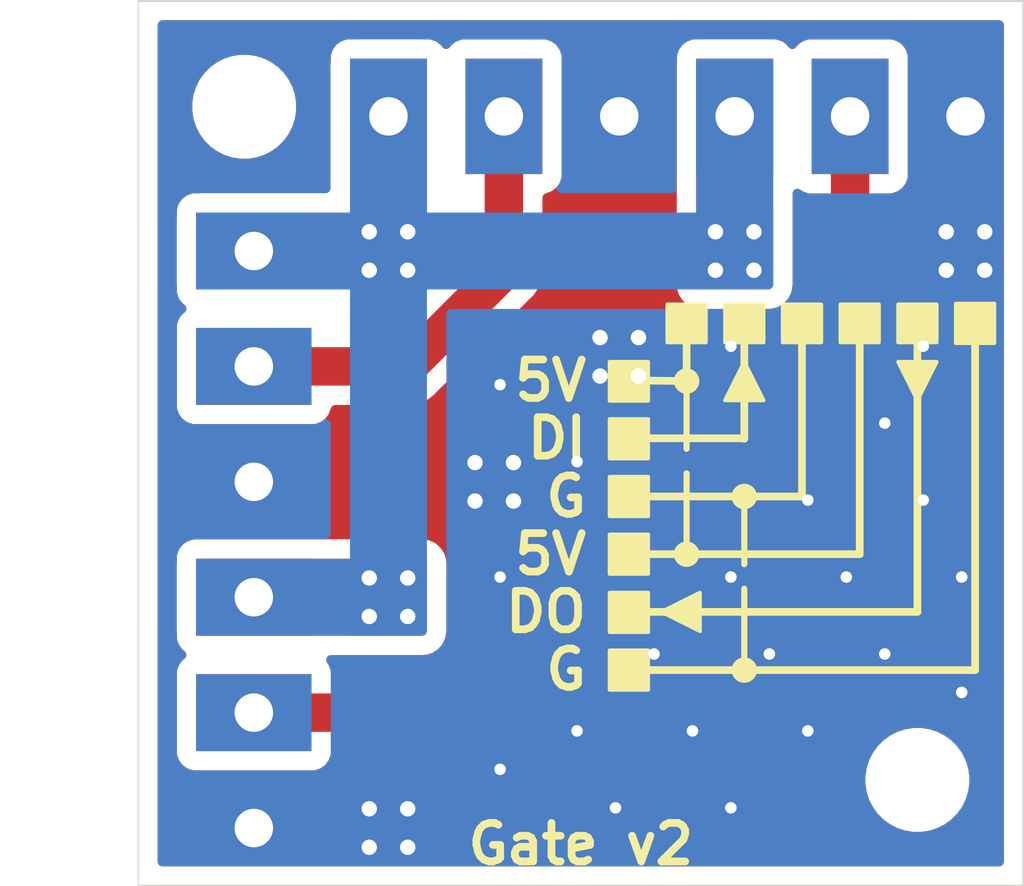
<source format=kicad_pcb>
(kicad_pcb (version 20241229) (generator "pcbnew") (generator_version "9.0")
  (layers (0 "F.Cu" signal) (2 "B.Cu" signal) (13 "F.Paste" user) (15 "B.Paste" user) (5 "F.SilkS" user "F.Silkscreen") (7 "B.SilkS" user "B.Silkscreen") (1 "F.Mask" user) (3 "B.Mask" user) (25 "Edge.Cuts" user))
  (net 0 "")
  (net 1 "Net-(J1-DATA_IN)")
  (net 2 "Net-(J1-GND)")
  (net 3 "Net-(J1-+5V)")
  (net 4 "Net-(J2-DATA_OUT)")
  (footprint "MountingHole:MountingHole_2.2mm_M2" (layer "F.Cu") (at 107.25 35.75)
    (property "Reference" "REF**" (hide yes))
    (property "Value" "MountingHole_2.2mm_M2" (hide yes))
    (pad "" np_thru_hole circle (at 0 0) (size 2.2 2.2) (drill 2.2) (layers "*.Cu" "*.Mask"))
  )
  (footprint "LEDnet:LED_Wire_Connector" (layer "F.Cu") (at 123 36)
    (property "Reference" "J4" (hide yes))
    (property "Value" "LED_END" (hide yes))
    (pad "1" thru_hole rect (at -3 0) (size 2 3) (drill 1) (layers "*.Cu" "*.Mask") (net 3 "Net-(J1-+5V)"))
    (pad "2" thru_hole rect (at 0 0) (size 2 3) (drill 1) (layers "*.Cu" "*.Mask") (net 4 "Net-(J2-DATA_OUT)"))
    (pad "3" thru_hole rect (at 3 0) (size 2 3) (drill 1) (layers "*.Cu" "*.Mask") (net 2 "Net-(J1-GND)"))
  )
  (footprint "LEDnet:LED_Wire_Connector" (layer "F.Cu") (at 107.5 51.5 -90)
    (property "Reference" "J2" (hide yes))
    (property "Value" "EXT_OUT" (hide yes))
    (pad "1" thru_hole rect (at -3 0 270) (size 2 3) (drill 1) (layers "*.Cu" "*.Mask") (net 3 "Net-(J1-+5V)"))
    (pad "2" thru_hole rect (at 0 0 270) (size 2 3) (drill 1) (layers "*.Cu" "*.Mask") (net 4 "Net-(J2-DATA_OUT)"))
    (pad "3" thru_hole rect (at 3 0 270) (size 2 3) (drill 1) (layers "*.Cu" "*.Mask") (net 2 "Net-(J1-GND)"))
  )
  (footprint "LEDnet:LED_Wire_Connector" (layer "F.Cu") (at 114 36)
    (property "Reference" "J3" (hide yes))
    (property "Value" "LED_START" (hide yes))
    (pad "1" thru_hole rect (at -3 0) (size 2 3) (drill 1) (layers "*.Cu" "*.Mask") (net 3 "Net-(J1-+5V)"))
    (pad "2" thru_hole rect (at 0 0) (size 2 3) (drill 1) (layers "*.Cu" "*.Mask") (net 1 "Net-(J1-DATA_IN)"))
    (pad "3" thru_hole rect (at 3 0) (size 2 3) (drill 1) (layers "*.Cu" "*.Mask") (net 2 "Net-(J1-GND)"))
  )
  (footprint "MountingHole:MountingHole_2.2mm_M2" (layer "F.Cu") (at 124.75 53.25)
    (property "Reference" "REF**" (hide yes))
    (property "Value" "MountingHole_2.2mm_M2" (hide yes))
    (pad "" np_thru_hole circle (at 0 0) (size 2.2 2.2) (drill 2.2) (layers "*.Cu" "*.Mask"))
  )
  (footprint "LEDnet:LED_Wire_Connector" (layer "F.Cu") (at 107.5 42.5 -90)
    (property "Reference" "J1" (hide yes))
    (property "Value" "EXT_IN" (hide yes))
    (pad "1" thru_hole rect (at -3 0 270) (size 2 3) (drill 1) (layers "*.Cu" "*.Mask") (net 3 "Net-(J1-+5V)"))
    (pad "2" thru_hole rect (at 0 0 270) (size 2 3) (drill 1) (layers "*.Cu" "*.Mask") (net 1 "Net-(J1-DATA_IN)"))
    (pad "3" thru_hole rect (at 3 0 270) (size 2 3) (drill 1) (layers "*.Cu" "*.Mask") (net 2 "Net-(J1-GND)"))
  )
  (gr_rect (start 118.25 40.8877) (end 119.25 41.875) (stroke (width 0.1)) (fill yes) (layer "F.SilkS"))
  (gr_line (start 117.75 48.88135) (end 124.75 48.88135) (stroke (width 0.2)) (layer "F.SilkS"))
  (gr_rect (start 122.75 40.8877) (end 123.75 41.875) (stroke (width 0.1)) (fill yes) (layer "F.SilkS"))
  (gr_circle (center 120.25 45.88135) (end 120.5 45.88135) (stroke (width 0.16)) (fill yes) (layer "F.SilkS"))
  (gr_rect (start 125.75 40.86865) (end 126.75 41.89405) (stroke (width 0.1)) (fill yes) (layer "F.SilkS"))
  (gr_line (start 118.75 42.88135) (end 118.75 47.38135) (stroke (width 0.16) (type dash)) (layer "F.SilkS"))
  (gr_circle (center 120.25 50.39405) (end 120.5 50.39405) (stroke (width 0.16)) (fill yes) (layer "F.SilkS"))
  (gr_poly (pts (xy 119.096426 49.38135) (xy 118.096426 48.88135) (xy 119.096426 48.38135)) (stroke (width 0.1)) (fill yes) (layer "F.SilkS"))
  (gr_poly (pts (xy 119.75 43.38135) (xy 120.25 42.38135) (xy 120.75 43.38135)) (stroke (width 0.1)) (fill yes) (layer "F.SilkS"))
  (gr_rect (start 116.75 48.38135) (end 117.75 49.40675) (stroke (width 0.1)) (fill yes) (layer "F.SilkS"))
  (gr_rect (start 116.75 46.86865) (end 117.75 47.89405) (stroke (width 0.1)) (fill yes) (layer "F.SilkS"))
  (gr_rect (start 116.75 45.36865) (end 117.75 46.39405) (stroke (width 0.1)) (fill yes) (layer "F.SilkS"))
  (gr_line (start 118.75 42.88135) (end 118.75 41.88135) (stroke (width 0.2)) (layer "F.SilkS"))
  (gr_line (start 118.75 42.88135) (end 117.75 42.86865) (stroke (width 0.2)) (layer "F.SilkS"))
  (gr_rect (start 116.75 43.86865) (end 117.75 44.89405) (stroke (width 0.1)) (fill yes) (layer "F.SilkS"))
  (gr_circle (center 118.75 42.88135) (end 119 42.88135) (stroke (width 0.16)) (fill yes) (layer "F.SilkS"))
  (gr_rect (start 119.75 40.8877) (end 120.75 41.875) (stroke (width 0.1)) (fill yes) (layer "F.SilkS"))
  (gr_line (start 126.25 50.39405) (end 126.25 41) (stroke (width 0.2)) (layer "F.SilkS"))
  (gr_poly (pts (xy 125.25 42.38135) (xy 124.75 43.38135) (xy 124.25 42.38135)) (stroke (width 0.1)) (fill yes) (layer "F.SilkS"))
  (gr_rect (start 116.75 49.88135) (end 117.75 50.90675) (stroke (width 0.1)) (fill yes) (layer "F.SilkS"))
  (gr_circle (center 118.75 47.38135) (end 119 47.38135) (stroke (width 0.16)) (fill yes) (layer "F.SilkS"))
  (gr_line (start 117.75 50.39405) (end 126.25 50.39405) (stroke (width 0.2)) (layer "F.SilkS"))
  (gr_line (start 117.75 45.88135) (end 121.75 45.88135) (stroke (width 0.2)) (layer "F.SilkS"))
  (gr_rect (start 116.75 42.38135) (end 117.75 43.39405) (stroke (width 0.1)) (fill yes) (layer "F.SilkS"))
  (gr_line (start 123.25 47.38135) (end 123.25 41.36865) (stroke (width 0.2)) (layer "F.SilkS"))
  (gr_line (start 117.75 44.36865) (end 120.25 44.36865) (stroke (width 0.2)) (layer "F.SilkS"))
  (gr_line (start 121.75 45.88135) (end 121.75 41.36865) (stroke (width 0.2)) (layer "F.SilkS"))
  (gr_line (start 117.75 47.38135) (end 123.25 47.38135) (stroke (width 0.2)) (layer "F.SilkS"))
  (gr_line (start 120.25 45.88135) (end 120.25 50.39405) (stroke (width 0.16) (type dash)) (layer "F.SilkS"))
  (gr_line (start 120.25 44.38135) (end 120.25 41.38135) (stroke (width 0.2)) (layer "F.SilkS"))
  (gr_rect (start 121.25 40.8877) (end 122.25 41.875) (stroke (width 0.1)) (fill yes) (layer "F.SilkS"))
  (gr_line (start 124.75 48.88135) (end 124.75 41.38135) (stroke (width 0.2)) (layer "F.SilkS"))
  (gr_rect (start 124.25 40.8877) (end 125.25 41.875) (stroke (width 0.1)) (fill yes) (layer "F.SilkS"))
  (gr_line (start 127.5 56) (end 104.5 56) (stroke (width 0.05)) (layer "Edge.Cuts"))
  (gr_line (start 127.5 33) (end 127.5 56) (stroke (width 0.05)) (layer "Edge.Cuts"))
  (gr_line (start 104.5 33) (end 127.5 33) (stroke (width 0.05)) (layer "Edge.Cuts"))
  (gr_line (start 104.5 56) (end 104.5 33) (stroke (width 0.05)) (layer "Edge.Cuts"))
  (gr_text "G" (at 116.25 45.88135 0) (layer "F.SilkS") (effects (font (size 1 1) (thickness 0.2) (bold yes)) (justify right)))
  (gr_text "5V" (at 116.25 47.38135 0) (layer "F.SilkS") (effects (font (size 1 1) (thickness 0.2) (bold yes)) (justify right)))
  (gr_text "5V" (at 116.25 42.86865 0) (layer "F.SilkS") (effects (font (size 1 1) (thickness 0.2) (bold yes)) (justify right)))
  (gr_text "DO" (at 116.25 48.88135 0) (layer "F.SilkS") (effects (font (size 1 1) (thickness 0.2) (bold yes)) (justify right)))
  (gr_text "DI" (at 116.25 44.36865 0) (layer "F.SilkS") (effects (font (size 1 1) (thickness 0.2) (bold yes)) (justify right)))
  (gr_text "G" (at 116.25 50.38135 0) (layer "F.SilkS") (effects (font (size 1 1) (thickness 0.2) (bold yes)) (justify right)))
  (gr_text "Gate v2" (at 116 55.5 0) (layer "F.SilkS") (effects (font (size 1 1) (thickness 0.2) (bold yes)) (justify bottom)))
  (segment (start 114 40) (end 111.5 42.5) (width 1) (layer "F.Cu") (net 1))
  (segment (start 111.5 42.5) (end 107.5 42.5) (width 1) (layer "F.Cu") (net 1))
  (segment (start 114 36) (end 114 40) (width 1) (layer "F.Cu") (net 1))
  (via (at 117.90175 49.975) (size 0.6) (drill 0.3) (layers "F.Cu" "B.Cu") (net 2))
  (via (at 113.90175 52.975) (size 0.6) (drill 0.3) (layers "F.Cu" "B.Cu") (net 2))
  (via (at 119.90175 47.975) (size 0.6) (drill 0.3) (layers "F.Cu" "B.Cu") (net 2))
  (via (at 119.90175 53.975) (size 0.6) (drill 0.3) (layers "F.Cu" "B.Cu") (net 2))
  (via (at 110.5 55) (size 0.8) (drill 0.4) (layers "F.Cu" "B.Cu") (net 2))
  (via (at 121.90175 51.975) (size 0.6) (drill 0.3) (layers "F.Cu" "B.Cu") (net 2))
  (via (at 118.90175 51.975) (size 0.6) (drill 0.3) (layers "F.Cu" "B.Cu") (net 2))
  (via (at 117.5 41.75) (size 0.8) (drill 0.4) (layers "F.Cu" "B.Cu") (net 2))
  (via (at 125.90175 47.975) (size 0.6) (drill 0.3) (layers "F.Cu" "B.Cu") (net 2))
  (via (at 121.90175 45.975) (size 0.6) (drill 0.3) (layers "F.Cu" "B.Cu") (net 2))
  (via (at 126.5 40) (size 0.8) (drill 0.4) (layers "F.Cu" "B.Cu") (net 2))
  (via (at 123.90175 43.975) (size 0.6) (drill 0.3) (layers "F.Cu" "B.Cu") (net 2))
  (via (at 116.90175 53.975) (size 0.6) (drill 0.3) (layers "F.Cu" "B.Cu") (net 2))
  (via (at 125.5 40) (size 0.8) (drill 0.4) (layers "F.Cu" "B.Cu") (net 2))
  (via (at 114.25 46) (size 0.8) (drill 0.4) (layers "F.Cu" "B.Cu") (net 2))
  (via (at 120.90175 49.975) (size 0.6) (drill 0.3) (layers "F.Cu" "B.Cu") (net 2))
  (via (at 122.90175 47.975) (size 0.6) (drill 0.3) (layers "F.Cu" "B.Cu") (net 2))
  (via (at 123.90175 49.975) (size 0.6) (drill 0.3) (layers "F.Cu" "B.Cu") (net 2))
  (via (at 113.25 46) (size 0.8) (drill 0.4) (layers "F.Cu" "B.Cu") (net 2))
  (via (at 125.5 39) (size 0.8) (drill 0.4) (layers "F.Cu" "B.Cu") (net 2))
  (via (at 114.25 45) (size 0.8) (drill 0.4) (layers "F.Cu" "B.Cu") (net 2))
  (via (at 116.5 41.75) (size 0.8) (drill 0.4) (layers "F.Cu" "B.Cu") (net 2))
  (via (at 113.90175 42.975) (size 0.6) (drill 0.3) (layers "F.Cu" "B.Cu") (net 2))
  (via (at 124.90175 45.975) (size 0.6) (drill 0.3) (layers "F.Cu" "B.Cu") (net 2))
  (via (at 117.5 42.75) (size 0.8) (drill 0.4) (layers "F.Cu" "B.Cu") (net 2))
  (via (at 111.5 54) (size 0.8) (drill 0.4) (layers "F.Cu" "B.Cu") (net 2))
  (via (at 113.90175 47.975) (size 0.6) (drill 0.3) (layers "F.Cu" "B.Cu") (net 2))
  (via (at 124.90175 41.975) (size 0.6) (drill 0.3) (layers "F.Cu" "B.Cu") (net 2))
  (via (at 113.25 45) (size 0.8) (drill 0.4) (layers "F.Cu" "B.Cu") (net 2))
  (via (at 116.5 42.75) (size 0.8) (drill 0.4) (layers "F.Cu" "B.Cu") (net 2))
  (via (at 126.5 39) (size 0.8) (drill 0.4) (layers "F.Cu" "B.Cu") (net 2))
  (via (at 115.90175 44.975) (size 0.6) (drill 0.3) (layers "F.Cu" "B.Cu") (net 2))
  (via (at 111.5 55) (size 0.8) (drill 0.4) (layers "F.Cu" "B.Cu") (net 2))
  (via (at 119.90175 41.975) (size 0.6) (drill 0.3) (layers "F.Cu" "B.Cu") (net 2))
  (via (at 115.90175 51.975) (size 0.6) (drill 0.3) (layers "F.Cu" "B.Cu") (net 2))
  (via (at 125.90175 50.975) (size 0.6) (drill 0.3) (layers "F.Cu" "B.Cu") (net 2))
  (via (at 110.5 54) (size 0.8) (drill 0.4) (layers "F.Cu" "B.Cu") (net 2))
  (via (at 110.5 49) (size 0.8) (drill 0.4) (layers "F.Cu" "B.Cu") (net 3))
  (via (at 111.5 49) (size 0.8) (drill 0.4) (layers "F.Cu" "B.Cu") (net 3))
  (via (at 110.5 48) (size 0.8) (drill 0.4) (layers "F.Cu" "B.Cu") (net 3))
  (via (at 111.5 39) (size 0.8) (drill 0.4) (layers "F.Cu" "B.Cu") (net 3))
  (via (at 119.5 40) (size 0.8) (drill 0.4) (layers "F.Cu" "B.Cu") (net 3))
  (via (at 119.5 39) (size 0.8) (drill 0.4) (layers "F.Cu" "B.Cu") (net 3))
  (via (at 110.5 40) (size 0.8) (drill 0.4) (layers "F.Cu" "B.Cu") (net 3))
  (via (at 120.5 39) (size 0.8) (drill 0.4) (layers "F.Cu" "B.Cu") (net 3))
  (via (at 111.5 40) (size 0.8) (drill 0.4) (layers "F.Cu" "B.Cu") (net 3))
  (via (at 110.5 39) (size 0.8) (drill 0.4) (layers "F.Cu" "B.Cu") (net 3))
  (via (at 120.5 40) (size 0.8) (drill 0.4) (layers "F.Cu" "B.Cu") (net 3))
  (via (at 111.5 48) (size 0.8) (drill 0.4) (layers "F.Cu" "B.Cu") (net 3))
  (segment (start 113.5 51.5) (end 107.5 51.5) (width 1) (layer "F.Cu") (net 4))
  (segment (start 123 42) (end 113.5 51.5) (width 1) (layer "F.Cu") (net 4))
  (segment (start 123 36) (end 123 42) (width 1) (layer "F.Cu") (net 4))
  (zone (net 3) (net_name "Net-(J1-+5V)") (layers "F.Cu" "B.Cu") (priority 1) (connect_pads yes (clearance 0.5)) (min_thickness 0.25) (fill yes (thermal_gap 0.5) (thermal_bridge_width 0.5))
    (polygon (pts (xy 112 47.5) (xy 106 47.5) (xy 106 49.5) (xy 112 49.5)))
  )
  (zone (net 3) (net_name "Net-(J1-+5V)") (layers "F.Cu" "B.Cu") (priority 1) (connect_pads yes (clearance 0.5)) (min_thickness 0.25) (fill yes (thermal_gap 0.5) (thermal_bridge_width 0.5))
    (polygon (pts (xy 112 34.5) (xy 110 34.5) (xy 110 40.5) (xy 112 40.5)))
  )
  (zone (net 2) (net_name "Net-(J1-GND)") (layers "F.Cu" "B.Cu") (connect_pads yes (clearance 0.5)) (min_thickness 0.25) (fill yes (thermal_gap 0.5) (thermal_bridge_width 0.5))
    (polygon (pts (xy 127.5 33) (xy 104.5 33) (xy 104.5 56) (xy 127.5 56)))
  )
  (zone (net 3) (net_name "Net-(J1-+5V)") (layers "F.Cu" "B.Cu") (connect_pads yes (clearance 0.5)) (min_thickness 0.25) (fill yes (thermal_gap 0.5) (thermal_bridge_width 0.5))
    (polygon (pts (xy 112 38.5) (xy 106 38.5) (xy 106 40.5) (xy 112 40.5)))
  )
  (zone (net 3) (net_name "Net-(J1-+5V)") (layers "F.Cu" "B.Cu") (connect_pads yes (clearance 0.5)) (min_thickness 0.25) (fill yes (thermal_gap 0.5) (thermal_bridge_width 0.5))
    (polygon (pts (xy 121 34.5) (xy 119 34.5) (xy 119 40.5) (xy 121 40.5)))
  )
  (zone (net 3) (net_name "Net-(J1-+5V)") (layer "B.Cu") (connect_pads yes (clearance 0.5)) (min_thickness 0.25) (fill yes (thermal_gap 0.5) (thermal_bridge_width 0.5))
    (polygon (pts (xy 121 38.5) (xy 110 38.5) (xy 110 40.5) (xy 121 40.5)))
  )
  (zone (net 3) (net_name "Net-(J1-+5V)") (layer "B.Cu") (priority 1) (connect_pads yes (clearance 0.5)) (min_thickness 0.25) (fill yes (thermal_gap 0.5) (thermal_bridge_width 0.5))
    (polygon (pts (xy 112 38.5) (xy 110 38.5) (xy 110 49.5) (xy 112 49.5)))
  )
)
</source>
